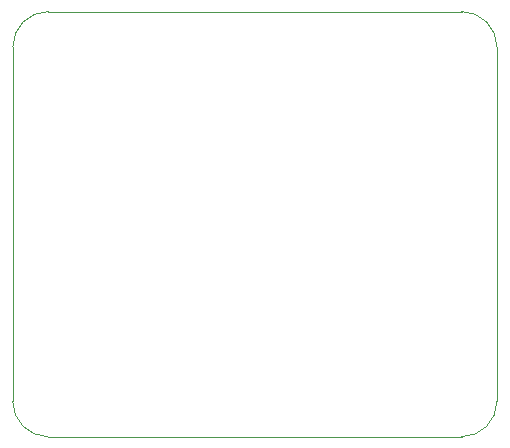
<source format=gbr>
%TF.GenerationSoftware,KiCad,Pcbnew,8.0.3*%
%TF.CreationDate,2024-06-13T12:42:30-05:00*%
%TF.ProjectId,STM32BluePill,53544d33-3242-46c7-9565-50696c6c2e6b,rev?*%
%TF.SameCoordinates,Original*%
%TF.FileFunction,Profile,NP*%
%FSLAX46Y46*%
G04 Gerber Fmt 4.6, Leading zero omitted, Abs format (unit mm)*
G04 Created by KiCad (PCBNEW 8.0.3) date 2024-06-13 12:42:30*
%MOMM*%
%LPD*%
G01*
G04 APERTURE LIST*
%TA.AperFunction,Profile*%
%ADD10C,0.100000*%
%TD*%
G04 APERTURE END LIST*
D10*
X60000000Y-76000000D02*
X95000000Y-76000000D01*
X60000000Y-76000000D02*
G75*
G02*
X57000000Y-73000000I0J3000000D01*
G01*
X98000000Y-43000000D02*
X98000000Y-73000000D01*
X98000000Y-73000000D02*
G75*
G02*
X95000000Y-76000000I-3000000J0D01*
G01*
X95000000Y-40000000D02*
G75*
G02*
X98000000Y-43000000I0J-3000000D01*
G01*
X57000000Y-43000000D02*
X57000000Y-73000000D01*
X60000000Y-40000000D02*
X95000000Y-40000000D01*
X57000000Y-43000000D02*
G75*
G02*
X60000000Y-40000000I3000000J0D01*
G01*
M02*

</source>
